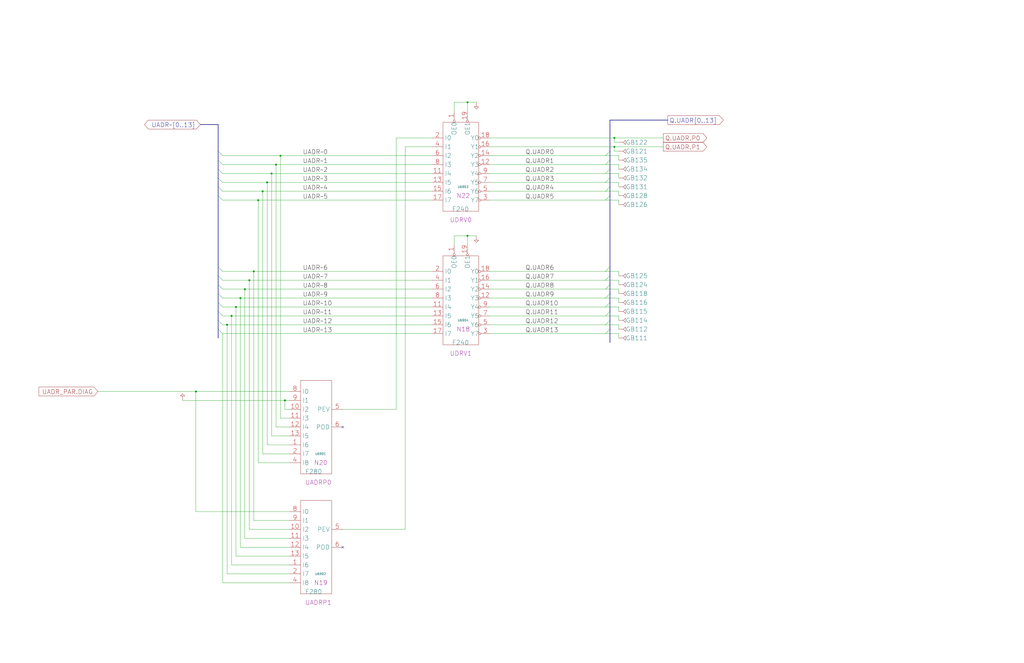
<source format=kicad_sch>
(kicad_sch (version 20250114) (generator "eeschema") (generator_version "9.0")
  (paper "User" 584.2 378.46)
  (title_block (title "MICRO ADDRESS DRIVE & PARITY") (date "22-MAY-90") (rev "1.0") (comment 1 "SEQUENCER") (comment 2 "232-003064") (comment 3 "S400") (comment 4 "RELEASED"))
  (lib_symbols
    (symbol "r1000:F240" (pin_names (offset 1.016))
      (property "Reference" "U" (at 2.54 5.08 0))
      (property "Value" "F240" (at -3.81 -7.62 0))
      (property "Location" "___" (at -1.27 0 0))
      (property "Name" "______" (at 1.27 -15.24 0))
      (symbol "F240_1_1"
        (rectangle (start -8.89 41.91) (end 11.43 -8.89))
        (circle (center -2.54 42.545) (radius 0.635))
        (circle (center 5.08 42.545) (radius 0.635))
        (circle (center 12.065 33.02) (radius 0.635))
        (circle (center 12.065 27.94) (radius 0.635))
        (circle (center 12.065 22.86) (radius 0.635))
        (circle (center 12.065 17.78) (radius 0.635))
        (circle (center 12.065 12.7) (radius 0.635))
        (circle (center 12.065 7.62) (radius 0.635))
        (circle (center 12.065 2.54) (radius 0.635))
        (circle (center 12.065 -2.54) (radius 0.635))
        (pin input line (at -15.24 33.02 0) (length 6.35) (name "I0") (number "2"))
        (pin input line (at -15.24 27.94 0) (length 6.35) (name "I1") (number "4"))
        (pin input line (at -15.24 22.86 0) (length 6.35) (name "I2") (number "6"))
        (pin input line (at -15.24 17.78 0) (length 6.35) (name "I3") (number "8"))
        (pin input line (at -15.24 12.7 0) (length 6.35) (name "I4") (number "11"))
        (pin input line (at -15.24 7.62 0) (length 6.35) (name "I5") (number "13"))
        (pin input line (at -15.24 2.54 0) (length 6.35) (name "I6") (number "15"))
        (pin input line (at -15.24 -2.54 0) (length 6.35) (name "I7") (number "17"))
        (pin input line (at -2.54 48.26 270) (length 5.08) (name "OE0") (number "1"))
        (pin input line (at 5.08 48.26 270) (length 5.08) (name "OE1") (number "19"))
        (pin tri_state line (at 17.78 33.02 180) (length 5.08) (name "Y0") (number "18"))
        (pin tri_state line (at 17.78 27.94 180) (length 5.08) (name "Y1") (number "16"))
        (pin tri_state line (at 17.78 22.86 180) (length 5.08) (name "Y2") (number "14"))
        (pin tri_state line (at 17.78 17.78 180) (length 5.08) (name "Y3") (number "12"))
        (pin tri_state line (at 17.78 12.7 180) (length 5.08) (name "Y4") (number "9"))
        (pin tri_state line (at 17.78 7.62 180) (length 5.08) (name "Y5") (number "7"))
        (pin tri_state line (at 17.78 2.54 180) (length 5.08) (name "Y6") (number "5"))
        (pin tri_state line (at 17.78 -2.54 180) (length 5.08) (name "Y7") (number "3"))
      )
    )
    (symbol "r1000:F280" (pin_names (offset 1.016))
      (property "Reference" "U" (at 2.54 5.08 0))
      (property "Value" "F280" (at -6.35 -5.08 0))
      (property "Location" "___" (at -1.27 0 0))
      (property "Name" "______" (at 1.27 -12.7 0))
      (symbol "F280_1_1"
        (rectangle (start -8.89 46.99) (end 8.89 -6.35))
        (pin input line (at -15.24 40.64 0) (length 6.35) (name "I0") (number "8"))
        (pin input line (at -15.24 35.56 0) (length 6.35) (name "I1") (number "9"))
        (pin input line (at -15.24 30.48 0) (length 6.35) (name "I2") (number "10"))
        (pin input line (at -15.24 25.4 0) (length 6.35) (name "I3") (number "11"))
        (pin input line (at -15.24 20.32 0) (length 6.35) (name "I4") (number "12"))
        (pin input line (at -15.24 15.24 0) (length 6.35) (name "I5") (number "13"))
        (pin input line (at -15.24 10.16 0) (length 6.35) (name "I6") (number "1"))
        (pin input line (at -15.24 5.08 0) (length 6.35) (name "I7") (number "2"))
        (pin input line (at -15.24 0 0) (length 6.35) (name "I8") (number "4"))
        (pin output line (at 15.24 30.48 180) (length 6.35) (name "PEV") (number "5"))
        (pin output line (at 15.24 20.32 180) (length 6.35) (name "POD") (number "6"))
      )
    )
    (symbol "r1000:GB" (pin_numbers (hide yes)) (pin_names (offset 0) (hide yes))
      (property "Reference" "GB" (at 3.81 0 0))
      (symbol "GB_0_1"
        (polyline (pts (xy 2.54 0) (xy 3.81 1.27) (xy 3.81 -1.27) (xy 2.54 0)) (stroke (width 0.1524)))
      )
      (symbol "GB_1_1"
        (pin bidirectional line (at 0 0 0) (length 2.54) (name "") (number "1"))
      )
    )
    (symbol "r1000:PD" (power) (pin_numbers (hide yes)) (pin_names (hide yes)) (in_bom no)
      (symbol "PD_0_1"
        (polyline (pts (xy 0 -2.54) (xy 1.27 -2.54) (xy 0 -3.81) (xy -1.27 -2.54) (xy 0 -2.54)) (stroke (width 0.1524)))
      )
      (symbol "PD_1_1"
        (pin power_in line (at 0 0 270) (length 2.54) (name "PD") (number "1"))
      )
    )
    (symbol "r1000:PU" (power) (pin_numbers (hide yes)) (pin_names (hide yes))
      (symbol "PU_0_1"
        (polyline (pts (xy 0 2.54) (xy -1.27 2.54) (xy 0 3.81) (xy 1.27 2.54) (xy 0 2.54)) (stroke (width 0.1524)))
      )
      (symbol "PU_1_1"
        (pin power_in line (at 0 0 90) (length 2.54) (name "PU") (number "1"))
      )
    )
  )
  (junction (at 266.7 134.62))
  (junction (at 152.4 104.14))
  (junction (at 139.7 165.1))
  (junction (at 160.02 88.9))
  (junction (at 147.32 114.3))
  (junction (at 350.52 78.74))
  (junction (at 129.54 185.42))
  (junction (at 157.48 93.98))
  (junction (at 137.16 170.18))
  (junction (at 134.62 175.26))
  (junction (at 149.86 109.22))
  (junction (at 142.24 160.02))
  (junction (at 111.76 223.52))
  (junction (at 266.7 58.42))
  (junction (at 132.08 180.34))
  (junction (at 162.56 228.6))
  (junction (at 154.94 99.06))
  (junction (at 144.78 154.94))
  (junction (at 350.52 83.82))
  (no_connect (at 195.58 312.42))
  (no_connect (at 195.58 243.84))
  (bus_entry (at 124.46 157.48) (size 2.54 2.54))
  (bus_entry (at 347.98 101.6) (size -2.54 2.54))
  (bus_entry (at 347.98 182.88) (size -2.54 2.54))
  (bus_entry (at 124.46 187.96) (size 2.54 2.54))
  (bus_entry (at 347.98 187.96) (size -2.54 2.54))
  (bus_entry (at 124.46 152.4) (size 2.54 2.54))
  (bus_entry (at 347.98 106.68) (size -2.54 2.54))
  (bus_entry (at 124.46 96.52) (size 2.54 2.54))
  (bus_entry (at 347.98 96.52) (size -2.54 2.54))
  (bus_entry (at 124.46 106.68) (size 2.54 2.54))
  (bus_entry (at 124.46 86.36) (size 2.54 2.54))
  (bus_entry (at 347.98 167.64) (size -2.54 2.54))
  (bus_entry (at 347.98 152.4) (size -2.54 2.54))
  (bus_entry (at 124.46 167.64) (size 2.54 2.54))
  (bus_entry (at 347.98 162.56) (size -2.54 2.54))
  (bus_entry (at 124.46 111.76) (size 2.54 2.54))
  (bus_entry (at 347.98 86.36) (size -2.54 2.54))
  (bus_entry (at 124.46 91.44) (size 2.54 2.54))
  (bus_entry (at 124.46 177.8) (size 2.54 2.54))
  (bus_entry (at 347.98 91.44) (size -2.54 2.54))
  (bus_entry (at 124.46 172.72) (size 2.54 2.54))
  (bus_entry (at 347.98 177.8) (size -2.54 2.54))
  (bus_entry (at 124.46 101.6) (size 2.54 2.54))
  (bus_entry (at 124.46 182.88) (size 2.54 2.54))
  (bus_entry (at 347.98 172.72) (size -2.54 2.54))
  (bus_entry (at 124.46 162.56) (size 2.54 2.54))
  (bus_entry (at 347.98 157.48) (size -2.54 2.54))
  (bus_entry (at 347.98 111.76) (size -2.54 2.54))
  (wire (pts (xy 137.16 170.18) (xy 246.38 170.18)))
  (wire (pts (xy 55.88 223.52) (xy 111.76 223.52)))
  (wire (pts (xy 350.52 81.28) (xy 353.06 81.28)))
  (wire (pts (xy 165.1 233.68) (xy 162.56 233.68)))
  (wire (pts (xy 353.06 109.22) (xy 353.06 111.76)))
  (wire (pts (xy 142.24 160.02) (xy 246.38 160.02)))
  (bus (pts (xy 381 68.58) (xy 347.98 68.58)))
  (bus (pts (xy 347.98 101.6) (xy 347.98 106.68)))
  (wire (pts (xy 279.4 154.94) (xy 345.44 154.94)))
  (wire (pts (xy 353.06 114.3) (xy 353.06 116.84)))
  (wire (pts (xy 350.52 83.82) (xy 350.52 86.36)))
  (wire (pts (xy 345.44 99.06) (xy 353.06 99.06)))
  (wire (pts (xy 129.54 185.42) (xy 129.54 327.66)))
  (wire (pts (xy 127 165.1) (xy 139.7 165.1)))
  (wire (pts (xy 266.7 134.62) (xy 266.7 139.7)))
  (wire (pts (xy 157.48 243.84) (xy 165.1 243.84)))
  (wire (pts (xy 147.32 264.16) (xy 165.1 264.16)))
  (wire (pts (xy 345.44 104.14) (xy 353.06 104.14)))
  (wire (pts (xy 127 170.18) (xy 137.16 170.18)))
  (wire (pts (xy 353.06 93.98) (xy 353.06 96.52)))
  (wire (pts (xy 353.06 175.26) (xy 353.06 177.8)))
  (wire (pts (xy 266.7 134.62) (xy 271.78 134.62)))
  (wire (pts (xy 345.44 180.34) (xy 353.06 180.34)))
  (bus (pts (xy 124.46 177.8) (xy 124.46 182.88)))
  (wire (pts (xy 127 160.02) (xy 142.24 160.02)))
  (wire (pts (xy 142.24 302.26) (xy 165.1 302.26)))
  (wire (pts (xy 259.08 139.7) (xy 259.08 134.62)))
  (wire (pts (xy 279.4 104.14) (xy 345.44 104.14)))
  (wire (pts (xy 149.86 109.22) (xy 246.38 109.22)))
  (wire (pts (xy 157.48 93.98) (xy 246.38 93.98)))
  (wire (pts (xy 231.14 83.82) (xy 246.38 83.82)))
  (wire (pts (xy 350.52 83.82) (xy 378.46 83.82)))
  (wire (pts (xy 279.4 83.82) (xy 350.52 83.82)))
  (wire (pts (xy 279.4 165.1) (xy 345.44 165.1)))
  (wire (pts (xy 127 185.42) (xy 129.54 185.42)))
  (wire (pts (xy 195.58 233.68) (xy 226.06 233.68)))
  (wire (pts (xy 142.24 160.02) (xy 142.24 302.26)))
  (bus (pts (xy 347.98 162.56) (xy 347.98 167.64)))
  (wire (pts (xy 345.44 114.3) (xy 353.06 114.3)))
  (wire (pts (xy 350.52 86.36) (xy 353.06 86.36)))
  (wire (pts (xy 353.06 165.1) (xy 353.06 167.64)))
  (wire (pts (xy 279.4 109.22) (xy 345.44 109.22)))
  (bus (pts (xy 124.46 182.88) (xy 124.46 187.96)))
  (wire (pts (xy 345.44 170.18) (xy 353.06 170.18)))
  (wire (pts (xy 345.44 190.5) (xy 353.06 190.5)))
  (wire (pts (xy 144.78 297.18) (xy 165.1 297.18)))
  (wire (pts (xy 154.94 99.06) (xy 154.94 248.92)))
  (wire (pts (xy 127 109.22) (xy 149.86 109.22)))
  (wire (pts (xy 279.4 99.06) (xy 345.44 99.06)))
  (bus (pts (xy 347.98 152.4) (xy 347.98 157.48)))
  (wire (pts (xy 279.4 88.9) (xy 345.44 88.9)))
  (wire (pts (xy 353.06 170.18) (xy 353.06 172.72)))
  (wire (pts (xy 137.16 312.42) (xy 165.1 312.42)))
  (bus (pts (xy 347.98 68.58) (xy 347.98 86.36)))
  (wire (pts (xy 259.08 63.5) (xy 259.08 58.42)))
  (wire (pts (xy 127 88.9) (xy 160.02 88.9)))
  (wire (pts (xy 345.44 88.9) (xy 353.06 88.9)))
  (wire (pts (xy 353.06 160.02) (xy 353.06 162.56)))
  (wire (pts (xy 160.02 238.76) (xy 165.1 238.76)))
  (bus (pts (xy 347.98 187.96) (xy 347.98 195.58)))
  (wire (pts (xy 139.7 165.1) (xy 139.7 307.34)))
  (bus (pts (xy 347.98 167.64) (xy 347.98 172.72)))
  (wire (pts (xy 134.62 175.26) (xy 134.62 317.5)))
  (bus (pts (xy 347.98 157.48) (xy 347.98 162.56)))
  (wire (pts (xy 152.4 104.14) (xy 152.4 254)))
  (bus (pts (xy 347.98 96.52) (xy 347.98 101.6)))
  (bus (pts (xy 124.46 101.6) (xy 124.46 106.68)))
  (bus (pts (xy 124.46 157.48) (xy 124.46 162.56)))
  (wire (pts (xy 127 104.14) (xy 152.4 104.14)))
  (wire (pts (xy 350.52 78.74) (xy 350.52 81.28)))
  (wire (pts (xy 127 154.94) (xy 144.78 154.94)))
  (bus (pts (xy 124.46 187.96) (xy 124.46 193.04)))
  (wire (pts (xy 279.4 185.42) (xy 345.44 185.42)))
  (wire (pts (xy 279.4 114.3) (xy 345.44 114.3)))
  (bus (pts (xy 124.46 167.64) (xy 124.46 172.72)))
  (wire (pts (xy 111.76 223.52) (xy 111.76 292.1)))
  (wire (pts (xy 149.86 109.22) (xy 149.86 259.08)))
  (wire (pts (xy 132.08 180.34) (xy 132.08 322.58)))
  (wire (pts (xy 353.06 88.9) (xy 353.06 91.44)))
  (wire (pts (xy 157.48 93.98) (xy 157.48 243.84)))
  (bus (pts (xy 347.98 182.88) (xy 347.98 187.96)))
  (bus (pts (xy 347.98 177.8) (xy 347.98 182.88)))
  (wire (pts (xy 154.94 99.06) (xy 246.38 99.06)))
  (bus (pts (xy 124.46 106.68) (xy 124.46 111.76)))
  (wire (pts (xy 139.7 165.1) (xy 246.38 165.1)))
  (wire (pts (xy 345.44 109.22) (xy 353.06 109.22)))
  (wire (pts (xy 279.4 190.5) (xy 345.44 190.5)))
  (wire (pts (xy 266.7 58.42) (xy 271.78 58.42)))
  (wire (pts (xy 345.44 175.26) (xy 353.06 175.26)))
  (bus (pts (xy 124.46 162.56) (xy 124.46 167.64)))
  (wire (pts (xy 345.44 154.94) (xy 353.06 154.94)))
  (wire (pts (xy 127 190.5) (xy 127 332.74)))
  (wire (pts (xy 279.4 93.98) (xy 345.44 93.98)))
  (wire (pts (xy 353.06 104.14) (xy 353.06 106.68)))
  (wire (pts (xy 231.14 302.26) (xy 231.14 83.82)))
  (wire (pts (xy 127 114.3) (xy 147.32 114.3)))
  (wire (pts (xy 259.08 58.42) (xy 266.7 58.42)))
  (wire (pts (xy 353.06 190.5) (xy 353.06 193.04)))
  (wire (pts (xy 127 180.34) (xy 132.08 180.34)))
  (wire (pts (xy 149.86 259.08) (xy 165.1 259.08)))
  (wire (pts (xy 345.44 185.42) (xy 353.06 185.42)))
  (bus (pts (xy 114.3 71.12) (xy 124.46 71.12)))
  (bus (pts (xy 347.98 91.44) (xy 347.98 96.52)))
  (wire (pts (xy 226.06 78.74) (xy 246.38 78.74)))
  (wire (pts (xy 345.44 160.02) (xy 353.06 160.02)))
  (bus (pts (xy 124.46 96.52) (xy 124.46 101.6)))
  (bus (pts (xy 347.98 111.76) (xy 347.98 152.4)))
  (wire (pts (xy 127 93.98) (xy 157.48 93.98)))
  (bus (pts (xy 124.46 172.72) (xy 124.46 177.8)))
  (wire (pts (xy 162.56 228.6) (xy 165.1 228.6)))
  (wire (pts (xy 111.76 292.1) (xy 165.1 292.1)))
  (wire (pts (xy 259.08 134.62) (xy 266.7 134.62)))
  (wire (pts (xy 279.4 160.02) (xy 345.44 160.02)))
  (wire (pts (xy 134.62 175.26) (xy 246.38 175.26)))
  (wire (pts (xy 279.4 78.74) (xy 350.52 78.74)))
  (wire (pts (xy 152.4 104.14) (xy 246.38 104.14)))
  (bus (pts (xy 124.46 152.4) (xy 124.46 157.48)))
  (wire (pts (xy 226.06 233.68) (xy 226.06 78.74)))
  (bus (pts (xy 124.46 86.36) (xy 124.46 91.44)))
  (wire (pts (xy 132.08 180.34) (xy 246.38 180.34)))
  (wire (pts (xy 111.76 223.52) (xy 165.1 223.52)))
  (wire (pts (xy 160.02 88.9) (xy 246.38 88.9)))
  (wire (pts (xy 134.62 317.5) (xy 165.1 317.5)))
  (wire (pts (xy 154.94 248.92) (xy 165.1 248.92)))
  (wire (pts (xy 147.32 114.3) (xy 147.32 264.16)))
  (wire (pts (xy 279.4 170.18) (xy 345.44 170.18)))
  (wire (pts (xy 353.06 185.42) (xy 353.06 187.96)))
  (wire (pts (xy 144.78 154.94) (xy 246.38 154.94)))
  (wire (pts (xy 195.58 302.26) (xy 231.14 302.26)))
  (wire (pts (xy 266.7 58.42) (xy 266.7 63.5)))
  (bus (pts (xy 124.46 71.12) (xy 124.46 86.36)))
  (wire (pts (xy 129.54 327.66) (xy 165.1 327.66)))
  (wire (pts (xy 104.14 228.6) (xy 162.56 228.6)))
  (wire (pts (xy 162.56 228.6) (xy 162.56 233.68)))
  (wire (pts (xy 353.06 180.34) (xy 353.06 182.88)))
  (wire (pts (xy 127 99.06) (xy 154.94 99.06)))
  (wire (pts (xy 345.44 165.1) (xy 353.06 165.1)))
  (bus (pts (xy 124.46 111.76) (xy 124.46 152.4)))
  (bus (pts (xy 124.46 91.44) (xy 124.46 96.52)))
  (wire (pts (xy 127 190.5) (xy 246.38 190.5)))
  (wire (pts (xy 152.4 254) (xy 165.1 254)))
  (wire (pts (xy 279.4 175.26) (xy 345.44 175.26)))
  (wire (pts (xy 160.02 88.9) (xy 160.02 238.76)))
  (wire (pts (xy 144.78 154.94) (xy 144.78 297.18)))
  (wire (pts (xy 353.06 99.06) (xy 353.06 101.6)))
  (wire (pts (xy 132.08 322.58) (xy 165.1 322.58)))
  (wire (pts (xy 350.52 78.74) (xy 378.46 78.74)))
  (wire (pts (xy 353.06 154.94) (xy 353.06 157.48)))
  (wire (pts (xy 127 175.26) (xy 134.62 175.26)))
  (bus (pts (xy 347.98 106.68) (xy 347.98 111.76)))
  (bus (pts (xy 347.98 172.72) (xy 347.98 177.8)))
  (wire (pts (xy 147.32 114.3) (xy 246.38 114.3)))
  (wire (pts (xy 139.7 307.34) (xy 165.1 307.34)))
  (wire (pts (xy 127 332.74) (xy 165.1 332.74)))
  (wire (pts (xy 345.44 93.98) (xy 353.06 93.98)))
  (wire (pts (xy 129.54 185.42) (xy 246.38 185.42)))
  (wire (pts (xy 137.16 170.18) (xy 137.16 312.42)))
  (wire (pts (xy 279.4 180.34) (xy 345.44 180.34)))
  (bus (pts (xy 347.98 86.36) (xy 347.98 91.44)))
  (label "Q.UADR10" (at 299.72 175.26 0) (effects (font (size 2.54 2.54))))
  (label "UADR~7" (at 172.72 160.02 0) (effects (font (size 2.54 2.54))))
  (label "UADR~9" (at 172.72 170.18 0) (effects (font (size 2.54 2.54))))
  (label "UADR~1" (at 172.72 93.98 0) (effects (font (size 2.54 2.54))))
  (label "UADR~11" (at 172.72 180.34 0) (effects (font (size 2.54 2.54))))
  (label "UADR~6" (at 172.72 154.94 0) (effects (font (size 2.54 2.54))))
  (label "Q.UADR5" (at 299.72 114.3 0) (effects (font (size 2.54 2.54))))
  (label "UADR~12" (at 172.72 185.42 0) (effects (font (size 2.54 2.54))))
  (label "UADR~0" (at 172.72 88.9 0) (effects (font (size 2.54 2.54))))
  (label "UADR~13" (at 172.72 190.5 0) (effects (font (size 2.54 2.54))))
  (label "Q.UADR8" (at 299.72 165.1 0) (effects (font (size 2.54 2.54))))
  (label "UADR~2" (at 172.72 99.06 0) (effects (font (size 2.54 2.54))))
  (label "Q.UADR1" (at 299.72 93.98 0) (effects (font (size 2.54 2.54))))
  (label "UADR~3" (at 172.72 104.14 0) (effects (font (size 2.54 2.54))))
  (label "UADR~8" (at 172.72 165.1 0) (effects (font (size 2.54 2.54))))
  (label "Q.UADR7" (at 299.72 160.02 0) (effects (font (size 2.54 2.54))))
  (label "Q.UADR3" (at 299.72 104.14 0) (effects (font (size 2.54 2.54))))
  (label "Q.UADR9" (at 299.72 170.18 0) (effects (font (size 2.54 2.54))))
  (label "Q.UADR0" (at 299.72 88.9 0) (effects (font (size 2.54 2.54))))
  (label "Q.UADR4" (at 299.72 109.22 0) (effects (font (size 2.54 2.54))))
  (label "UADR~5" (at 172.72 114.3 0) (effects (font (size 2.54 2.54))))
  (label "Q.UADR12" (at 299.72 185.42 0) (effects (font (size 2.54 2.54))))
  (label "UADR~4" (at 172.72 109.22 0) (effects (font (size 2.54 2.54))))
  (label "Q.UADR13" (at 299.72 190.5 0) (effects (font (size 2.54 2.54))))
  (label "UADR~10" (at 172.72 175.26 0) (effects (font (size 2.54 2.54))))
  (label "Q.UADR6" (at 299.72 154.94 0) (effects (font (size 2.54 2.54))))
  (label "Q.UADR11" (at 299.72 180.34 0) (effects (font (size 2.54 2.54))))
  (label "Q.UADR2" (at 299.72 99.06 0) (effects (font (size 2.54 2.54))))
  (global_label "UADR~[0..13]" (shape bidirectional) (at 114.3 71.12 180) (effects (font (size 2.54 2.54))) (property "Intersheetrefs" "${INTERSHEET_REFS}" (at 84.6788 70.9613 0) (effects (font (size 1.905 1.905)) (justify right))))
  (global_label "Q.UADR.P0" (shape output) (at 378.46 78.74 0) (effects (font (size 2.54 2.54))) (property "Intersheetrefs" "${INTERSHEET_REFS}" (at 403.2431 78.5813 0) (effects (font (size 1.905 1.905)) (justify left))))
  (global_label "Q.UADR.P1" (shape output) (at 378.46 83.82 0) (effects (font (size 2.54 2.54))) (property "Intersheetrefs" "${INTERSHEET_REFS}" (at 403.2431 83.6613 0) (effects (font (size 1.905 1.905)) (justify left))))
  (global_label "Q.UADR[0..13]" (shape output) (at 381 68.58 0) (effects (font (size 2.54 2.54))) (property "Intersheetrefs" "${INTERSHEET_REFS}" (at 412.6774 68.4213 0) (effects (font (size 1.905 1.905)) (justify left))))
  (global_label "UADR_PAR.DIAG" (shape input) (at 55.88 223.52 180) (effects (font (size 2.54 2.54))) (property "Intersheetrefs" "${INTERSHEET_REFS}" (at 22.2673 223.3613 0) (effects (font (size 1.905 1.905)) (justify right))))
  (symbol (lib_id "r1000:GB") (at 353.06 182.88 0) (unit 1)
    (property "Reference" "GB114" (at 356.87 182.88 0) (effects (font (size 2.54 2.54)) (justify left)))
    (property "Value" "GB" (effects (hide yes)))
  )
  (symbol (lib_id "r1000:GB") (at 353.06 91.44 0) (unit 1)
    (property "Reference" "GB135" (at 356.87 91.44 0) (effects (font (size 2.54 2.54)) (justify left)))
    (property "Value" "GB" (effects (hide yes)))
  )
  (symbol (lib_id "r1000:F240") (at 261.62 187.96 0) (unit 1)
    (property "Reference" "U6904" (at 264.16 182.88 0))
    (property "Value" "F240" (at 257.81 195.58 0) (effects (font (size 2.54 2.54)) (justify left)))
    (property "Location" "N18" (at 260.35 187.96 0) (effects (font (size 2.54 2.54)) (justify left)))
    (property "Name" "UDRV1" (at 262.89 203.2 0) (effects (font (size 2.54 2.54)) (justify bottom)))
  )
  (symbol (lib_id "r1000:GB") (at 353.06 167.64 0) (unit 1)
    (property "Reference" "GB118" (at 356.87 167.64 0) (effects (font (size 2.54 2.54)) (justify left)))
    (property "Value" "GB" (effects (hide yes)))
  )
  (symbol (lib_id "r1000:GB") (at 353.06 187.96 0) (unit 1)
    (property "Reference" "GB112" (at 356.87 187.96 0) (effects (font (size 2.54 2.54)) (justify left)))
    (property "Value" "GB" (effects (hide yes)))
  )
  (symbol (lib_id "r1000:GB") (at 353.06 86.36 0) (unit 1)
    (property "Reference" "GB121" (at 356.87 86.36 0) (effects (font (size 2.54 2.54)) (justify left)))
    (property "Value" "GB" (effects (hide yes)))
  )
  (symbol (lib_id "r1000:GB") (at 353.06 157.48 0) (unit 1)
    (property "Reference" "GB125" (at 356.87 157.48 0) (effects (font (size 2.54 2.54)) (justify left)))
    (property "Value" "GB" (effects (hide yes)))
  )
  (symbol (lib_id "r1000:GB") (at 353.06 193.04 0) (unit 1)
    (property "Reference" "GB111" (at 356.87 193.04 0) (effects (font (size 2.54 2.54)) (justify left)))
    (property "Value" "GB" (effects (hide yes)))
  )
  (symbol (lib_id "r1000:GB") (at 353.06 101.6 0) (unit 1)
    (property "Reference" "GB132" (at 356.87 101.6 0) (effects (font (size 2.54 2.54)) (justify left)))
    (property "Value" "GB" (effects (hide yes)))
  )
  (symbol (lib_id "r1000:F240") (at 261.62 111.76 0) (unit 1)
    (property "Reference" "U6903" (at 264.16 106.68 0))
    (property "Value" "F240" (at 257.81 119.38 0) (effects (font (size 2.54 2.54)) (justify left)))
    (property "Location" "N22" (at 260.35 111.76 0) (effects (font (size 2.54 2.54)) (justify left)))
    (property "Name" "UDRV0" (at 262.89 127 0) (effects (font (size 2.54 2.54)) (justify bottom)))
  )
  (symbol (lib_id "r1000:GB") (at 353.06 106.68 0) (unit 1)
    (property "Reference" "GB131" (at 356.87 106.68 0) (effects (font (size 2.54 2.54)) (justify left)))
    (property "Value" "GB" (effects (hide yes)))
  )
  (symbol (lib_id "r1000:GB") (at 353.06 116.84 0) (unit 1)
    (property "Reference" "GB126" (at 356.87 116.84 0) (effects (font (size 2.54 2.54)) (justify left)))
    (property "Value" "GB" (effects (hide yes)))
  )
  (symbol (lib_id "r1000:F280") (at 180.34 332.74 0) (unit 1)
    (property "Reference" "U6902" (at 182.88 327.66 0))
    (property "Value" "F280" (at 173.99 337.82 0) (effects (font (size 2.54 2.54)) (justify left)))
    (property "Location" "N19" (at 179.07 332.74 0) (effects (font (size 2.54 2.54)) (justify left)))
    (property "Name" "UADRP1" (at 181.61 345.44 0) (effects (font (size 2.54 2.54)) (justify bottom)))
  )
  (symbol (lib_id "r1000:GB") (at 353.06 96.52 0) (unit 1)
    (property "Reference" "GB134" (at 356.87 96.52 0) (effects (font (size 2.54 2.54)) (justify left)))
    (property "Value" "GB" (effects (hide yes)))
  )
  (symbol (lib_id "r1000:GB") (at 353.06 177.8 0) (unit 1)
    (property "Reference" "GB115" (at 356.87 177.8 0) (effects (font (size 2.54 2.54)) (justify left)))
    (property "Value" "GB" (effects (hide yes)))
  )
  (symbol (lib_id "r1000:F280") (at 180.34 264.16 0) (unit 1)
    (property "Reference" "U6901" (at 182.88 259.08 0))
    (property "Value" "F280" (at 173.99 269.24 0) (effects (font (size 2.54 2.54)) (justify left)))
    (property "Location" "N20" (at 179.07 264.16 0) (effects (font (size 2.54 2.54)) (justify left)))
    (property "Name" "UADRP0" (at 181.61 276.86 0) (effects (font (size 2.54 2.54)) (justify bottom)))
  )
  (symbol (lib_id "r1000:GB") (at 353.06 172.72 0) (unit 1)
    (property "Reference" "GB116" (at 356.87 172.72 0) (effects (font (size 2.54 2.54)) (justify left)))
    (property "Value" "GB" (effects (hide yes)))
  )
  (symbol (lib_id "r1000:PU") (at 104.14 228.6 0) (unit 1)
    (property "Reference" "#PWR06901" (effects (hide yes)))
    (property "Value" "PU" (effects (hide yes)))
  )
  (symbol (lib_id "r1000:GB") (at 353.06 81.28 0) (unit 1)
    (property "Reference" "GB122" (at 356.87 81.28 0) (effects (font (size 2.54 2.54)) (justify left)))
    (property "Value" "GB" (effects (hide yes)))
  )
  (symbol (lib_id "r1000:PD") (at 271.78 134.62 0) (unit 1) (in_bom no)
    (property "Reference" "#PWR06903" (effects (hide yes)))
    (property "Value" "PD" (effects (hide yes)))
  )
  (symbol (lib_id "r1000:GB") (at 353.06 162.56 0) (unit 1)
    (property "Reference" "GB124" (at 356.87 162.56 0) (effects (font (size 2.54 2.54)) (justify left)))
    (property "Value" "GB" (effects (hide yes)))
  )
  (symbol (lib_id "r1000:GB") (at 353.06 111.76 0) (unit 1)
    (property "Reference" "GB128" (at 356.87 111.76 0) (effects (font (size 2.54 2.54)) (justify left)))
    (property "Value" "GB" (effects (hide yes)))
  )
  (symbol (lib_id "r1000:PD") (at 271.78 58.42 0) (unit 1) (in_bom no)
    (property "Reference" "#PWR06902" (effects (hide yes)))
    (property "Value" "PD" (effects (hide yes)))
  )
)
</source>
